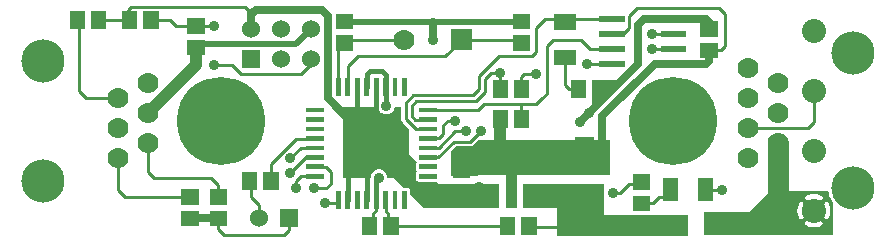
<source format=gbr>
G04 start of page 2 for group 0 idx 0 *
G04 Title: (unknown), component *
G04 Creator: pcb 20110918 *
G04 CreationDate: Sat 02 Feb 2013 06:53:47 PM GMT UTC *
G04 For: petersen *
G04 Format: Gerber/RS-274X *
G04 PCB-Dimensions: 293000 81000 *
G04 PCB-Coordinate-Origin: lower left *
%MOIN*%
%FSLAX25Y25*%
%LNTOP*%
%ADD34C,0.0380*%
%ADD33C,0.0300*%
%ADD32C,0.1280*%
%ADD31C,0.0480*%
%ADD30C,0.1285*%
%ADD29C,0.0360*%
%ADD28R,0.0200X0.0200*%
%ADD27R,0.0360X0.0360*%
%ADD26R,0.0630X0.0630*%
%ADD25R,0.0945X0.0945*%
%ADD24R,0.0378X0.0378*%
%ADD23R,0.0157X0.0157*%
%ADD22R,0.0512X0.0512*%
%ADD21C,0.0600*%
%ADD20C,0.1440*%
%ADD19C,0.0800*%
%ADD18C,0.2937*%
%ADD17C,0.0150*%
%ADD16C,0.0200*%
%ADD15C,0.0250*%
%ADD14C,0.0700*%
%ADD13C,0.0400*%
%ADD12C,0.0100*%
%ADD11C,0.0001*%
G54D11*G36*
X232000Y2500D02*Y10000D01*
X262500D01*
Y2500D01*
X232000D01*
G37*
G36*
X272993Y17000D02*X273353D01*
X273376Y16713D01*
X273677Y15458D01*
X274171Y14266D01*
X274846Y13165D01*
X275000Y12985D01*
Y2500D01*
X272993D01*
Y7645D01*
X273078Y7681D01*
X273179Y7743D01*
X273269Y7819D01*
X273345Y7909D01*
X273405Y8011D01*
X273622Y8480D01*
X273789Y8969D01*
X273909Y9472D01*
X273982Y9984D01*
X274006Y10500D01*
X273982Y11016D01*
X273909Y11528D01*
X273789Y12031D01*
X273622Y12520D01*
X273410Y12992D01*
X273349Y13093D01*
X273272Y13184D01*
X273182Y13261D01*
X273080Y13323D01*
X272993Y13360D01*
Y17000D01*
G37*
G36*
X268502D02*X272993D01*
Y13360D01*
X272971Y13369D01*
X272855Y13397D01*
X272737Y13406D01*
X272619Y13397D01*
X272503Y13370D01*
X272393Y13324D01*
X272292Y13262D01*
X272202Y13186D01*
X272124Y13095D01*
X272062Y12994D01*
X272016Y12885D01*
X271989Y12769D01*
X271979Y12651D01*
X271988Y12532D01*
X272016Y12417D01*
X272063Y12308D01*
X272221Y11968D01*
X272342Y11612D01*
X272430Y11247D01*
X272482Y10875D01*
X272500Y10500D01*
X272482Y10125D01*
X272430Y9753D01*
X272342Y9388D01*
X272221Y9032D01*
X272067Y8690D01*
X272020Y8582D01*
X271993Y8467D01*
X271983Y8349D01*
X271993Y8232D01*
X272021Y8117D01*
X272066Y8008D01*
X272128Y7907D01*
X272205Y7818D01*
X272295Y7741D01*
X272395Y7680D01*
X272504Y7635D01*
X272619Y7607D01*
X272737Y7598D01*
X272855Y7608D01*
X272969Y7635D01*
X272993Y7645D01*
Y2500D01*
X268502D01*
Y4994D01*
X269016Y5018D01*
X269528Y5091D01*
X270031Y5211D01*
X270520Y5378D01*
X270992Y5590D01*
X271093Y5651D01*
X271184Y5728D01*
X271261Y5818D01*
X271323Y5920D01*
X271369Y6029D01*
X271397Y6145D01*
X271406Y6263D01*
X271397Y6381D01*
X271370Y6497D01*
X271324Y6607D01*
X271262Y6708D01*
X271186Y6798D01*
X271095Y6876D01*
X270994Y6938D01*
X270885Y6984D01*
X270769Y7011D01*
X270651Y7021D01*
X270532Y7012D01*
X270417Y6984D01*
X270308Y6937D01*
X269968Y6779D01*
X269612Y6658D01*
X269247Y6570D01*
X268875Y6518D01*
X268502Y6500D01*
Y14500D01*
X268875Y14482D01*
X269247Y14430D01*
X269612Y14342D01*
X269968Y14221D01*
X270310Y14067D01*
X270418Y14020D01*
X270533Y13993D01*
X270651Y13983D01*
X270768Y13993D01*
X270883Y14021D01*
X270992Y14066D01*
X271093Y14128D01*
X271182Y14205D01*
X271259Y14295D01*
X271320Y14395D01*
X271365Y14504D01*
X271393Y14619D01*
X271402Y14737D01*
X271392Y14855D01*
X271365Y14969D01*
X271319Y15078D01*
X271257Y15179D01*
X271181Y15269D01*
X271091Y15345D01*
X270989Y15405D01*
X270520Y15622D01*
X270031Y15789D01*
X269528Y15909D01*
X269016Y15982D01*
X268502Y16006D01*
Y17000D01*
G37*
G36*
X264007D02*X268502D01*
Y16006D01*
X268500Y16006D01*
X267984Y15982D01*
X267472Y15909D01*
X266969Y15789D01*
X266480Y15622D01*
X266008Y15410D01*
X265907Y15349D01*
X265816Y15272D01*
X265739Y15182D01*
X265677Y15080D01*
X265631Y14971D01*
X265603Y14855D01*
X265594Y14737D01*
X265603Y14619D01*
X265630Y14503D01*
X265676Y14393D01*
X265738Y14292D01*
X265814Y14202D01*
X265905Y14124D01*
X266006Y14062D01*
X266115Y14016D01*
X266231Y13989D01*
X266349Y13979D01*
X266468Y13988D01*
X266583Y14016D01*
X266692Y14063D01*
X267032Y14221D01*
X267388Y14342D01*
X267753Y14430D01*
X268125Y14482D01*
X268500Y14500D01*
X268502Y14500D01*
Y6500D01*
X268500Y6500D01*
X268125Y6518D01*
X267753Y6570D01*
X267388Y6658D01*
X267032Y6779D01*
X266690Y6933D01*
X266582Y6980D01*
X266467Y7007D01*
X266349Y7017D01*
X266232Y7007D01*
X266117Y6979D01*
X266008Y6934D01*
X265907Y6872D01*
X265818Y6795D01*
X265741Y6705D01*
X265680Y6605D01*
X265635Y6496D01*
X265607Y6381D01*
X265598Y6263D01*
X265608Y6145D01*
X265635Y6031D01*
X265681Y5922D01*
X265743Y5821D01*
X265819Y5731D01*
X265909Y5655D01*
X266011Y5595D01*
X266480Y5378D01*
X266969Y5211D01*
X267472Y5091D01*
X267984Y5018D01*
X268500Y4994D01*
X268502Y4994D01*
Y2500D01*
X264007D01*
Y7640D01*
X264029Y7631D01*
X264145Y7603D01*
X264263Y7594D01*
X264381Y7603D01*
X264497Y7630D01*
X264607Y7676D01*
X264708Y7738D01*
X264798Y7814D01*
X264876Y7905D01*
X264938Y8006D01*
X264984Y8115D01*
X265011Y8231D01*
X265021Y8349D01*
X265012Y8468D01*
X264984Y8583D01*
X264937Y8692D01*
X264779Y9032D01*
X264658Y9388D01*
X264570Y9753D01*
X264518Y10125D01*
X264500Y10500D01*
X264518Y10875D01*
X264570Y11247D01*
X264658Y11612D01*
X264779Y11968D01*
X264933Y12310D01*
X264980Y12418D01*
X265007Y12533D01*
X265017Y12651D01*
X265007Y12768D01*
X264979Y12883D01*
X264934Y12992D01*
X264872Y13093D01*
X264795Y13182D01*
X264705Y13259D01*
X264605Y13320D01*
X264496Y13365D01*
X264381Y13393D01*
X264263Y13402D01*
X264145Y13392D01*
X264031Y13365D01*
X264007Y13355D01*
Y17000D01*
G37*
G36*
X255000D02*X264007D01*
Y13355D01*
X263922Y13319D01*
X263821Y13257D01*
X263731Y13181D01*
X263655Y13091D01*
X263595Y12989D01*
X263378Y12520D01*
X263211Y12031D01*
X263091Y11528D01*
X263018Y11016D01*
X262994Y10500D01*
X263018Y9984D01*
X263091Y9472D01*
X263211Y8969D01*
X263378Y8480D01*
X263590Y8008D01*
X263651Y7907D01*
X263728Y7816D01*
X263818Y7739D01*
X263920Y7677D01*
X264007Y7640D01*
Y2500D01*
X255000D01*
Y17000D01*
G37*
G36*
X254000D02*Y9000D01*
X246000D01*
X254000Y17000D01*
G37*
G36*
X171500Y19500D02*X192500D01*
Y11500D01*
X171500D01*
Y19500D01*
G37*
G36*
X146000D02*X163500D01*
Y11500D01*
X146000D01*
Y19500D01*
G37*
G36*
X183000D02*X198500D01*
Y2000D01*
X183000D01*
Y19500D01*
G37*
G36*
X226500Y9000D02*Y2000D01*
X196500D01*
Y2198D01*
X196581Y2393D01*
X196636Y2623D01*
X196650Y2858D01*
X196648Y4538D01*
X196717Y4616D01*
X196841Y4817D01*
X196931Y5035D01*
X196986Y5265D01*
X197005Y5500D01*
X196986Y5735D01*
X196931Y5965D01*
X196841Y6183D01*
X196717Y6384D01*
X196646Y6468D01*
X196643Y9000D01*
X226500D01*
G37*
G36*
X111500Y45000D02*X123240D01*
X123329Y44632D01*
X123497Y44225D01*
X123728Y43849D01*
X124014Y43514D01*
X124349Y43228D01*
X124725Y42997D01*
X125132Y42829D01*
X125561Y42726D01*
X126000Y42691D01*
X126439Y42726D01*
X126868Y42829D01*
X127275Y42997D01*
X127651Y43228D01*
X127986Y43514D01*
X128272Y43849D01*
X128503Y44225D01*
X128671Y44632D01*
X128760Y45000D01*
X131000D01*
Y41059D01*
X130995Y41000D01*
X131014Y40765D01*
X131069Y40535D01*
X131159Y40317D01*
X131283Y40116D01*
X131436Y39936D01*
X131481Y39898D01*
X131500Y39879D01*
Y37500D01*
X111500D01*
Y45000D01*
G37*
G36*
Y27000D02*X129500D01*
Y21500D01*
X126300D01*
X126274Y21939D01*
X126171Y22368D01*
X126003Y22775D01*
X125772Y23151D01*
X125486Y23486D01*
X125151Y23772D01*
X124775Y24003D01*
X124368Y24171D01*
X123939Y24274D01*
X123500Y24309D01*
X123061Y24274D01*
X122632Y24171D01*
X122225Y24003D01*
X121849Y23772D01*
X121514Y23486D01*
X121228Y23151D01*
X120997Y22775D01*
X120829Y22368D01*
X120726Y21939D01*
X120691Y21500D01*
X111500D01*
Y27000D01*
G37*
G36*
Y42500D02*X131000D01*
Y41059D01*
X130995Y41000D01*
X131014Y40765D01*
X131069Y40535D01*
X131159Y40317D01*
X131283Y40116D01*
X131436Y39936D01*
X131481Y39898D01*
X133500Y37879D01*
Y24500D01*
X111500D01*
Y42500D01*
G37*
G36*
X124500Y25500D02*Y29500D01*
X133500D01*
X135828Y27172D01*
X135885Y27034D01*
X135967Y26899D01*
X136070Y26780D01*
X136162Y26701D01*
X136070Y26622D01*
X135967Y26503D01*
X135885Y26368D01*
X135825Y26223D01*
X135788Y26070D01*
X135779Y25913D01*
X135788Y24182D01*
X135825Y24029D01*
X135885Y23884D01*
X135967Y23749D01*
X136070Y23630D01*
X136161Y23552D01*
X136070Y23473D01*
X135967Y23354D01*
X135885Y23219D01*
X135825Y23074D01*
X135788Y22921D01*
X135779Y22764D01*
X135788Y21033D01*
X135825Y20880D01*
X135885Y20735D01*
X135967Y20600D01*
X136070Y20481D01*
X136189Y20378D01*
X136324Y20296D01*
X136469Y20236D01*
X136622Y20199D01*
X136779Y20190D01*
X142801Y20199D01*
X143500Y19500D01*
X147048D01*
X147057Y14241D01*
X147094Y14088D01*
X147154Y13943D01*
X147236Y13808D01*
X147339Y13689D01*
X147458Y13586D01*
X147593Y13504D01*
X147738Y13444D01*
X147891Y13407D01*
X148048Y13398D01*
X150500Y13402D01*
Y11500D01*
X138500D01*
X133804Y16196D01*
X133802Y17378D01*
X133765Y17531D01*
X133705Y17676D01*
X133623Y17811D01*
X133520Y17930D01*
X133401Y18033D01*
X133266Y18115D01*
X133121Y18175D01*
X132968Y18212D01*
X132811Y18221D01*
X131784Y18216D01*
X124500Y25500D01*
G37*
G36*
X114000Y45000D02*Y43500D01*
X110000D01*
Y45000D01*
X114000D01*
G37*
G36*
X184500Y32000D02*X200500D01*
Y22500D01*
X184500D01*
Y32000D01*
G37*
G36*
X194500Y54000D02*X203500D01*
Y51248D01*
X197252Y45000D01*
X195470D01*
X195151Y45272D01*
X194775Y45503D01*
X194500Y45616D01*
Y54000D01*
G37*
G36*
X161000Y34000D02*X200500D01*
Y22500D01*
X161000D01*
Y34000D01*
G37*
G36*
X156621D02*X161000D01*
Y29500D01*
X161028Y29029D01*
X161138Y28570D01*
X161319Y28134D01*
X161565Y27731D01*
X161872Y27372D01*
X161874Y27371D01*
X161878Y22500D01*
X154950D01*
X154943Y26759D01*
X154906Y26912D01*
X154846Y27057D01*
X154764Y27192D01*
X154661Y27311D01*
X154542Y27414D01*
X154407Y27496D01*
X154262Y27556D01*
X154109Y27593D01*
X153952Y27602D01*
X147891Y27593D01*
X147738Y27556D01*
X147593Y27496D01*
X147500Y27439D01*
Y30379D01*
X149121Y32000D01*
X153941D01*
X154000Y31995D01*
X154235Y32014D01*
X154235Y32014D01*
X154465Y32069D01*
X154683Y32159D01*
X154884Y32283D01*
X155064Y32436D01*
X155102Y32481D01*
X156621Y34000D01*
G37*
G36*
X147500Y28000D02*X156500D01*
Y22000D01*
X147500D01*
Y28000D01*
G37*
G54D12*X161500Y15312D02*X161688Y15500D01*
X125725Y14221D02*Y10275D01*
X126500Y9500D01*
Y6543D01*
X127543Y5500D01*
X210000Y13000D02*X215000D01*
X217000Y15000D01*
X221500D01*
X201500Y16500D02*X204000D01*
X207000Y19500D01*
X211500D01*
X238000Y17500D02*X232405D01*
X172500Y5000D02*X195000D01*
X166457Y5500D02*X127543D01*
X195000Y5000D02*X195500Y5500D01*
X139779Y44024D02*X156524D01*
X139779Y40874D02*X135626D01*
X134500Y42000D01*
Y45500D01*
X146500Y40500D02*X149000D01*
X171000Y46000D02*Y41043D01*
X136000Y47000D02*X156000D01*
X135000Y49000D02*X155000D01*
X168000Y46000D02*X176000D01*
X178000Y48000D01*
G54D13*X164000Y40500D02*Y29500D01*
G54D12*X148500Y33500D02*X154000D01*
X157500Y37000D01*
X246500Y38000D02*X266500D01*
G54D14*X256500Y33000D02*Y6500D01*
G54D12*X266500Y38000D02*X268500Y40000D01*
Y50500D01*
G54D15*X198000Y42000D02*Y24500D01*
G54D12*X134500Y45500D02*X136000Y47000D01*
X132500Y41000D02*Y46500D01*
X135000Y49000D01*
X139779Y37725D02*X135775D01*
X132500Y41000D01*
X139779Y34575D02*X143575D01*
X139779Y31425D02*X143425D01*
X139779Y28276D02*X143276D01*
X143575Y34575D02*X145000Y36000D01*
Y39000D01*
X146500Y40500D01*
X143425Y31425D02*X149000Y37000D01*
X152500D01*
X143276Y28276D02*X148500Y33500D01*
X29500Y74000D02*X41000D01*
X23500Y74500D02*Y50500D01*
X26000Y48000D01*
X40000Y74500D02*Y77500D01*
X41000Y78500D01*
X26000Y48000D02*X36500D01*
G54D13*X62500Y59000D02*Y64957D01*
G54D12*X36500Y28000D02*Y17500D01*
X39000Y15000D01*
X61500D01*
X46500Y33000D02*Y23500D01*
X48500Y21500D01*
X67500D01*
G54D15*X233500Y60500D02*Y64500D01*
Y73500D02*Y70500D01*
G54D12*X239000Y76000D02*Y65500D01*
X237500Y64000D01*
X233500D01*
G54D15*X218000Y74500D02*X232500D01*
X233500Y73500D01*
G54D12*X213500Y69500D02*X223000D01*
X213500Y64500D02*X223000D01*
G54D15*X218500Y59500D02*X232500D01*
X233500Y60500D01*
X219500Y59500D02*X215500D01*
G54D12*X209500Y78000D02*X237000D01*
X239000Y76000D01*
X207000Y75500D02*X209500Y78000D01*
X198000Y69500D02*X205000D01*
X207000Y71500D01*
Y75500D01*
G54D15*X219500Y74500D02*X212000D01*
X210000Y72500D01*
Y69500D01*
Y70000D02*Y59500D01*
G54D12*X204500Y74500D02*X179000D01*
X177500Y73000D01*
X204500Y59500D02*X193000D01*
G54D15*X215500D02*X198000Y42000D01*
X210000Y59500D02*X190500Y40000D01*
G54D12*X194000Y64500D02*X203500D01*
X177000Y47000D02*X179500Y49500D01*
X185500Y52500D02*X187000Y51000D01*
X179500Y49500D02*Y65500D01*
X181500Y67500D01*
X191000D01*
X194000Y64500D01*
X185500Y62500D02*Y52500D01*
X187000Y51000D02*X190500D01*
X164000Y56500D02*Y51043D01*
X170000Y46000D02*X158500D01*
X161000Y56500D02*X164000D01*
X156000Y47000D02*X159000Y50000D01*
X155000Y49000D02*X157000Y51000D01*
X156524Y44024D02*X158500Y46000D01*
X159000Y50000D02*Y54500D01*
X161000Y56500D01*
X157000Y51000D02*Y55500D01*
X131894Y67500D02*X112043D01*
G54D16*X110957Y73500D02*X111000Y73543D01*
G54D12*X112043Y67500D02*X112000Y67457D01*
X109976Y51779D02*Y66457D01*
X113126Y51779D02*Y58626D01*
X116500Y62000D01*
G54D17*X122575Y51779D02*Y41575D01*
X116275Y51779D02*Y41725D01*
X125724Y45776D02*X126000Y45500D01*
X119425Y51779D02*Y55925D01*
X120500Y57000D01*
X125724Y45776D02*Y55776D01*
X124500Y57000D01*
X120500D02*X124500D01*
G54D12*X157000Y55500D02*X161500Y60000D01*
X160500Y59000D02*X163500Y62000D01*
X174500D01*
X176000Y63500D01*
Y71500D01*
Y56000D02*X172000D01*
X171000Y55000D01*
X145606Y62000D02*X151106Y67500D01*
X116500Y62000D02*X145606D01*
X171000Y55000D02*Y51500D01*
X151106Y67500D02*X170957D01*
X171000Y67457D01*
G54D16*X112000Y73543D02*X171000D01*
G54D12*X176000Y71500D02*X178000Y73500D01*
G54D15*X141500D02*Y67500D01*
G54D17*X122575Y14221D02*Y21425D01*
X119425Y14221D02*Y23425D01*
X122575Y21425D02*X122500Y21500D01*
G54D12*X107500Y23500D02*Y19500D01*
X106000Y18000D01*
X102000D01*
X105500Y13000D02*X109977D01*
G54D17*X113126Y14221D02*Y23126D01*
G54D12*X122575Y13925D02*Y10575D01*
X121500Y9500D01*
Y6543D01*
X96000Y20500D02*Y18000D01*
X70000Y19000D02*Y15000D01*
X83500Y8000D02*Y12500D01*
X81000Y15000D01*
X67500Y21500D02*X70000Y19000D01*
Y8000D02*Y4500D01*
X72000Y2500D01*
X81000Y15000D02*Y21500D01*
X94000Y28000D02*X94500D01*
X87500Y26000D02*X96000Y34500D01*
X97425Y31425D02*X94000Y28000D01*
X87500Y20500D02*Y26000D01*
G54D15*X60500Y8000D02*X70500D01*
G54D12*X72000Y2500D02*X92000D01*
X93500Y4000D01*
Y8000D01*
X41000Y78500D02*X79000D01*
X47000Y74000D02*X54000D01*
X68500Y72000D02*X56000D01*
X54000Y74000D02*X56000Y72000D01*
X79000Y78500D02*X81000Y76500D01*
G54D15*Y76000D02*Y70500D01*
G54D16*X63500Y66000D02*X96000D01*
G54D15*X81000Y76000D02*X82500Y77500D01*
G54D12*X102221Y21976D02*X97476D01*
X102221Y25126D02*X105874D01*
X107500Y23500D01*
X102000Y34500D02*X98000D01*
X102221Y31425D02*X97425D01*
X102221Y28275D02*X99275D01*
X97476Y21976D02*X96000Y20500D01*
Y34500D02*X99500D01*
G54D15*X106500Y48000D02*X114000Y40500D01*
G54D12*X99275Y28275D02*X94000Y23000D01*
G54D15*X82500Y77500D02*X104500D01*
X106500Y75500D01*
G54D16*X96000Y66000D02*X101000Y71000D01*
G54D15*X106500Y75500D02*Y48000D01*
G54D12*X101000Y61000D02*Y59500D01*
X97500Y56000D01*
X77500D01*
X74500Y59000D01*
X68500D01*
G54D13*X46500Y43000D02*X62500Y59000D01*
G54D18*X221500Y40500D03*
D03*
G54D19*X268500Y50500D03*
Y70500D03*
G54D20*X281500Y18000D03*
Y63000D03*
G54D19*X268500Y10500D03*
Y30500D03*
G54D11*G36*
X147606Y71000D02*Y64000D01*
X154606D01*
Y71000D01*
X147606D01*
G37*
G54D14*X131894Y67500D03*
X256500Y23000D03*
Y33000D03*
Y43000D03*
Y53000D03*
X246500Y28000D03*
Y38000D03*
Y48000D03*
Y58000D03*
G54D20*X11500Y60500D03*
G54D14*X46500Y53000D03*
X36500Y48000D03*
X46500Y43000D03*
X36500Y38000D03*
X46500Y33000D03*
X36500Y28000D03*
G54D20*X11500Y20500D03*
G54D18*X71000Y40500D03*
G54D11*G36*
X78000Y64000D02*Y58000D01*
X84000D01*
Y64000D01*
X78000D01*
G37*
G54D21*X91000Y61000D03*
X101000D03*
X81000Y71000D03*
X91000D03*
X101000D03*
G54D11*G36*
X90500Y11000D02*Y5000D01*
X96500D01*
Y11000D01*
X90500D01*
G37*
G54D21*X83500Y8000D03*
G54D22*X47543Y74393D02*Y73607D01*
X40457Y74393D02*Y73607D01*
X22957Y74393D02*Y73607D01*
X30043Y74393D02*Y73607D01*
X62107Y72043D02*X62893D01*
X62107Y64957D02*X62893D01*
X69607Y15043D02*X70393D01*
X69607Y7957D02*X70393D01*
X60107Y15043D02*X60893D01*
X60107Y7957D02*X60893D01*
X80457Y20893D02*Y20107D01*
X87543Y20893D02*Y20107D01*
X111607Y66457D02*X112393D01*
X111607Y73543D02*X112393D01*
G54D23*X132023Y53992D02*Y49566D01*
X128874Y53992D02*Y49566D01*
X125724Y53992D02*Y49566D01*
X122575Y53992D02*Y49566D01*
X119425Y53992D02*Y49566D01*
X116275Y53992D02*Y49566D01*
X113126Y53992D02*Y49566D01*
X109976Y53992D02*Y49566D01*
G54D22*X120457Y5893D02*Y5107D01*
X127543Y5893D02*Y5107D01*
G54D23*X109977Y16434D02*Y12008D01*
X113126Y16434D02*Y12008D01*
X116276Y16434D02*Y12008D01*
X119425Y16434D02*Y12008D01*
X122575Y16434D02*Y12008D01*
X125725Y16434D02*Y12008D01*
X128874Y16434D02*Y12008D01*
X132024Y16434D02*Y12008D01*
X100008Y44023D02*X104434D01*
X100008Y40874D02*X104434D01*
X100008Y37724D02*X104434D01*
X100008Y34575D02*X104434D01*
X100008Y31425D02*X104434D01*
X100008Y28275D02*X104434D01*
X100008Y25126D02*X104434D01*
X100008Y21976D02*X104434D01*
X137566Y21977D02*X141992D01*
X137566Y25126D02*X141992D01*
X137566Y28276D02*X141992D01*
X137566Y31425D02*X141992D01*
X137566Y34575D02*X141992D01*
X137566Y37725D02*X141992D01*
X137566Y40874D02*X141992D01*
X137566Y44024D02*X141992D01*
G54D22*X163957Y51393D02*Y50607D01*
X171043Y51393D02*Y50607D01*
X170607Y66457D02*X171393D01*
X170607Y73543D02*X171393D01*
X184319Y73405D02*X186681D01*
X184319Y61595D02*X186681D01*
X189957Y51393D02*Y50607D01*
X163957Y41393D02*Y40607D01*
X150607Y16957D02*X151393D01*
X150607Y24043D02*X151393D01*
G54D24*X161688Y17547D02*Y13453D01*
X167594Y25263D02*Y13453D01*
G54D25*Y28887D02*Y26997D01*
G54D22*X171043Y41393D02*Y40607D01*
X166457Y5893D02*Y5107D01*
X173543Y5893D02*Y5107D01*
G54D26*X192000Y12307D02*Y6008D01*
Y31992D02*Y25693D01*
G54D24*X173500Y17547D02*Y13453D01*
G54D27*X221600Y7100D02*Y5900D01*
G54D22*X220595Y18681D02*Y16319D01*
X210607Y12957D02*X211393D01*
X210607Y20043D02*X211393D01*
G54D27*X234500Y7100D02*Y5900D01*
G54D22*X232405Y18681D02*Y16319D01*
X233107Y71043D02*X233893D01*
X233107Y63957D02*X233893D01*
G54D28*X218500Y64500D02*X225000D01*
X218500Y69500D02*X225000D01*
X218500Y74500D02*X225000D01*
X198000Y59500D02*X204500D01*
G54D22*X197043Y51393D02*Y50607D01*
G54D28*X218500Y59500D02*X225000D01*
X198000Y74500D02*X204500D01*
X198000Y69500D02*X204500D01*
X198000Y64500D02*X204500D01*
G54D29*X214500D03*
Y69500D03*
X190500Y40000D03*
X193500Y43000D03*
X193000Y59500D03*
X238000Y17500D03*
X164000Y56500D03*
X126000Y45500D03*
X149000Y40500D03*
X176000Y56000D03*
X68500Y59000D03*
Y72000D03*
X157000Y14000D03*
Y18500D03*
Y25000D03*
Y29500D03*
X152500Y37000D03*
X141500Y67500D03*
X157500Y37000D03*
X198000Y25500D03*
Y30500D03*
X182500Y25500D03*
Y30500D03*
X96000Y18000D03*
X201500Y16500D03*
X102000Y18000D03*
X105500Y13000D03*
X123500Y21500D03*
X94000Y23000D03*
Y28000D03*
G54D16*G54D30*G54D31*G54D32*G54D31*G54D16*G54D33*G54D32*G54D33*G54D32*G54D30*G54D34*M02*

</source>
